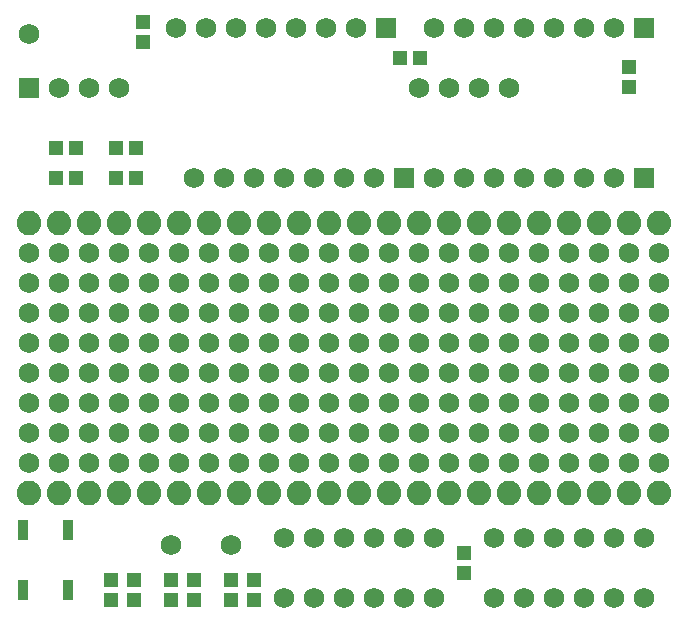
<source format=gts>
G75*
G70*
%OFA0B0*%
%FSLAX24Y24*%
%IPPOS*%
%LPD*%
%AMOC8*
5,1,8,0,0,1.08239X$1,22.5*
%
%ADD10C,0.0680*%
%ADD11R,0.0680X0.0680*%
%ADD12R,0.0474X0.0513*%
%ADD13R,0.0380X0.0680*%
%ADD14C,0.0820*%
%ADD15R,0.0513X0.0474*%
D10*
X005952Y003304D03*
X007952Y003304D03*
X009702Y003554D03*
X010702Y003554D03*
X011702Y003554D03*
X012702Y003554D03*
X013702Y003554D03*
X014702Y003554D03*
X016702Y003554D03*
X017702Y003554D03*
X018702Y003554D03*
X019702Y003554D03*
X020702Y003554D03*
X021702Y003554D03*
X021702Y001554D03*
X020702Y001554D03*
X019702Y001554D03*
X018702Y001554D03*
X017702Y001554D03*
X016702Y001554D03*
X014702Y001554D03*
X013702Y001554D03*
X012702Y001554D03*
X011702Y001554D03*
X010702Y001554D03*
X009702Y001554D03*
X010202Y006054D03*
X011202Y006054D03*
X012202Y006054D03*
X013202Y006054D03*
X013202Y007054D03*
X012202Y007054D03*
X011202Y007054D03*
X010202Y007054D03*
X009202Y007054D03*
X009202Y006054D03*
X008202Y006054D03*
X008202Y007054D03*
X008202Y008054D03*
X009202Y008054D03*
X010202Y008054D03*
X011202Y008054D03*
X012202Y008054D03*
X013202Y008054D03*
X013202Y009054D03*
X012202Y009054D03*
X011202Y009054D03*
X010202Y009054D03*
X009202Y009054D03*
X008202Y009054D03*
X008202Y010054D03*
X009202Y010054D03*
X010202Y010054D03*
X011202Y010054D03*
X012202Y010054D03*
X013202Y010054D03*
X013202Y011054D03*
X012202Y011054D03*
X011202Y011054D03*
X010202Y011054D03*
X009202Y011054D03*
X008202Y011054D03*
X008202Y012054D03*
X009202Y012054D03*
X010202Y012054D03*
X011202Y012054D03*
X012202Y012054D03*
X013202Y012054D03*
X014202Y012054D03*
X015202Y012054D03*
X016202Y012054D03*
X017202Y012054D03*
X018202Y012054D03*
X019202Y012054D03*
X020202Y012054D03*
X021202Y012054D03*
X022202Y012054D03*
X022202Y011054D03*
X022202Y010054D03*
X021202Y010054D03*
X021202Y011054D03*
X020202Y011054D03*
X020202Y010054D03*
X019202Y010054D03*
X019202Y011054D03*
X018202Y011054D03*
X018202Y010054D03*
X017202Y010054D03*
X017202Y011054D03*
X016202Y011054D03*
X016202Y010054D03*
X015202Y010054D03*
X015202Y011054D03*
X014202Y011054D03*
X014202Y010054D03*
X014202Y009054D03*
X015202Y009054D03*
X016202Y009054D03*
X017202Y009054D03*
X018202Y009054D03*
X019202Y009054D03*
X020202Y009054D03*
X020202Y008054D03*
X019202Y008054D03*
X018202Y008054D03*
X017202Y008054D03*
X016202Y008054D03*
X015202Y008054D03*
X014202Y008054D03*
X014202Y007054D03*
X015202Y007054D03*
X016202Y007054D03*
X017202Y007054D03*
X018202Y007054D03*
X019202Y007054D03*
X020202Y007054D03*
X020202Y006054D03*
X019202Y006054D03*
X018202Y006054D03*
X017202Y006054D03*
X016202Y006054D03*
X015202Y006054D03*
X014202Y006054D03*
X021202Y006054D03*
X022202Y006054D03*
X022202Y007054D03*
X021202Y007054D03*
X021202Y008054D03*
X022202Y008054D03*
X022202Y009054D03*
X021202Y009054D03*
X021202Y013054D03*
X022202Y013054D03*
X020202Y013054D03*
X019202Y013054D03*
X018202Y013054D03*
X017202Y013054D03*
X016202Y013054D03*
X015202Y013054D03*
X014202Y013054D03*
X013202Y013054D03*
X012202Y013054D03*
X011202Y013054D03*
X010202Y013054D03*
X009202Y013054D03*
X008202Y013054D03*
X007202Y013054D03*
X006202Y013054D03*
X005202Y013054D03*
X004202Y013054D03*
X003202Y013054D03*
X002202Y013054D03*
X002202Y012054D03*
X003202Y012054D03*
X004202Y012054D03*
X005202Y012054D03*
X006202Y012054D03*
X007202Y012054D03*
X007202Y011054D03*
X007202Y010054D03*
X006202Y010054D03*
X006202Y011054D03*
X005202Y011054D03*
X005202Y010054D03*
X004202Y010054D03*
X004202Y011054D03*
X003202Y011054D03*
X003202Y010054D03*
X002202Y010054D03*
X002202Y011054D03*
X001202Y011054D03*
X001202Y010054D03*
X001202Y009054D03*
X001202Y008054D03*
X002202Y008054D03*
X003202Y008054D03*
X004202Y008054D03*
X005202Y008054D03*
X006202Y008054D03*
X007202Y008054D03*
X007202Y009054D03*
X006202Y009054D03*
X005202Y009054D03*
X004202Y009054D03*
X003202Y009054D03*
X002202Y009054D03*
X002202Y007054D03*
X003202Y007054D03*
X004202Y007054D03*
X005202Y007054D03*
X006202Y007054D03*
X007202Y007054D03*
X007202Y006054D03*
X006202Y006054D03*
X005202Y006054D03*
X004202Y006054D03*
X003202Y006054D03*
X002202Y006054D03*
X001202Y006054D03*
X001202Y007054D03*
X001202Y012054D03*
X001202Y013054D03*
X006702Y015554D03*
X007702Y015554D03*
X008702Y015554D03*
X009702Y015554D03*
X010702Y015554D03*
X011702Y015554D03*
X012702Y015554D03*
X014702Y015554D03*
X015702Y015554D03*
X016702Y015554D03*
X017702Y015554D03*
X018702Y015554D03*
X019702Y015554D03*
X020702Y015554D03*
X017202Y018554D03*
X016202Y018554D03*
X015202Y018554D03*
X014202Y018554D03*
X014702Y020554D03*
X015702Y020554D03*
X016702Y020554D03*
X017702Y020554D03*
X018702Y020554D03*
X019702Y020554D03*
X020702Y020554D03*
X012102Y020554D03*
X011102Y020554D03*
X010102Y020554D03*
X009102Y020554D03*
X008102Y020554D03*
X007102Y020554D03*
X006102Y020554D03*
X004202Y018554D03*
X003202Y018554D03*
X002202Y018554D03*
X001202Y020354D03*
D11*
X001202Y018554D03*
X013102Y020554D03*
X013702Y015554D03*
X021702Y015554D03*
X021702Y020554D03*
D12*
X021202Y019239D03*
X021202Y018570D03*
X005002Y020070D03*
X005002Y020739D03*
X015702Y003039D03*
X015702Y002370D03*
X008702Y002139D03*
X008702Y001470D03*
X007952Y001470D03*
X007952Y002139D03*
X006702Y002139D03*
X006702Y001470D03*
X005952Y001470D03*
X005952Y002139D03*
X004702Y002139D03*
X004702Y001470D03*
X003952Y001470D03*
X003952Y002139D03*
D13*
X001002Y001804D03*
X002502Y001804D03*
X002502Y003804D03*
X001002Y003804D03*
D14*
X001202Y005054D03*
X002202Y005054D03*
X003202Y005054D03*
X004202Y005054D03*
X005202Y005054D03*
X006202Y005054D03*
X007202Y005054D03*
X008202Y005054D03*
X009202Y005054D03*
X010202Y005054D03*
X011202Y005054D03*
X012202Y005054D03*
X013202Y005054D03*
X014202Y005054D03*
X015202Y005054D03*
X016202Y005054D03*
X017202Y005054D03*
X018202Y005054D03*
X019202Y005054D03*
X020202Y005054D03*
X021202Y005054D03*
X022202Y005054D03*
X022202Y014054D03*
X021202Y014054D03*
X020202Y014054D03*
X019202Y014054D03*
X018202Y014054D03*
X017202Y014054D03*
X016202Y014054D03*
X015202Y014054D03*
X014202Y014054D03*
X013202Y014054D03*
X012202Y014054D03*
X011202Y014054D03*
X010202Y014054D03*
X009202Y014054D03*
X008202Y014054D03*
X007202Y014054D03*
X006202Y014054D03*
X005202Y014054D03*
X004202Y014054D03*
X003202Y014054D03*
X002202Y014054D03*
X001202Y014054D03*
D15*
X002117Y015554D03*
X002786Y015554D03*
X002786Y016554D03*
X002117Y016554D03*
X004117Y016554D03*
X004786Y016554D03*
X004786Y015554D03*
X004117Y015554D03*
X013567Y019554D03*
X014236Y019554D03*
M02*

</source>
